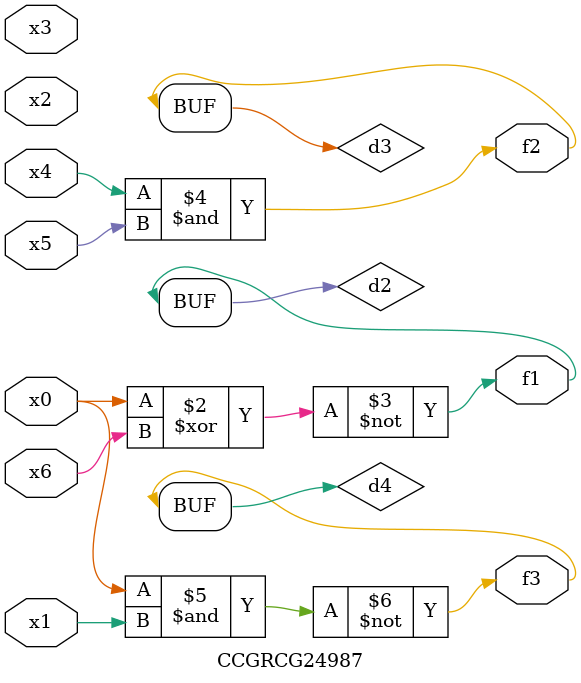
<source format=v>
module CCGRCG24987(
	input x0, x1, x2, x3, x4, x5, x6,
	output f1, f2, f3
);

	wire d1, d2, d3, d4;

	nor (d1, x0);
	xnor (d2, x0, x6);
	and (d3, x4, x5);
	nand (d4, x0, x1);
	assign f1 = d2;
	assign f2 = d3;
	assign f3 = d4;
endmodule

</source>
